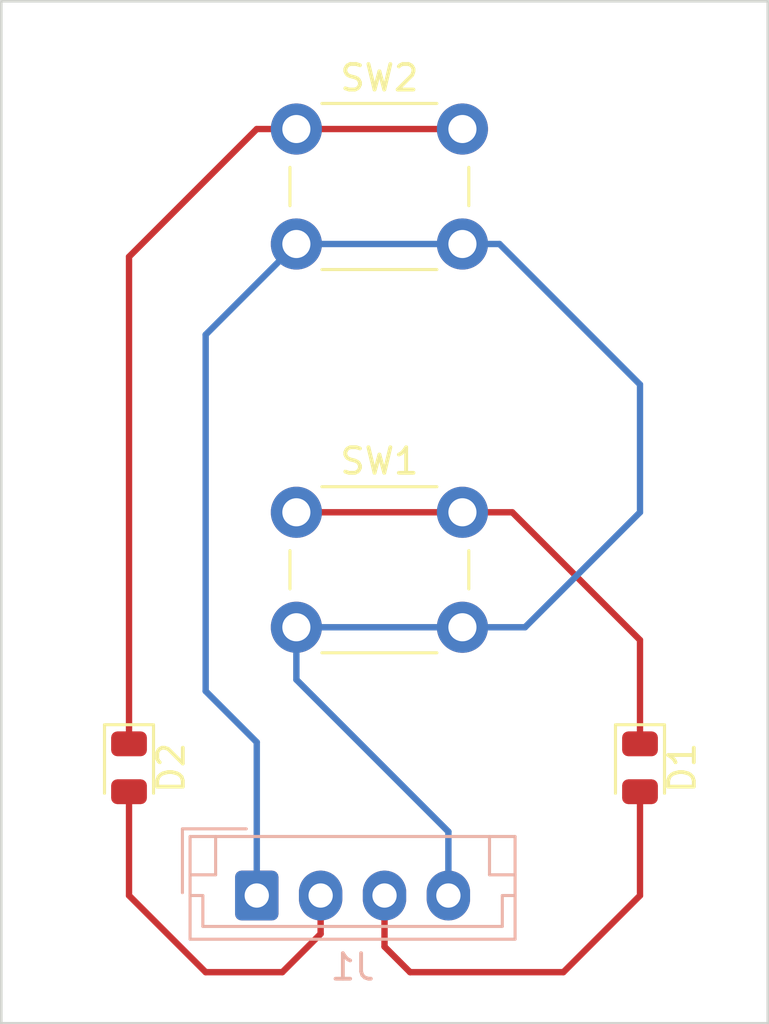
<source format=kicad_pcb>
(kicad_pcb (version 20210925) (generator pcbnew)
  (layers (0 "F.Cu" signal) (31 "B.Cu" signal) (34 "B.Paste" user) (35 "F.Paste" user) (36 "B.SilkS" user "B.Silkscreen") (37 "F.SilkS" user "F.Silkscreen") (38 "B.Mask" user) (39 "F.Mask" user) (44 "Edge.Cuts" user))
  (net 0 "")
  (net 1 "Net-(SW1-Pad1)")
  (net 2 "Net-(D1-Pad2)")
  (net 3 "Net-(SW2-Pad1)")
  (net 4 "Net-(D2-Pad2)")
  (net 5 "Net-(J1-Pad1)")
  (footprint "Diode_SMD:D_0805_2012Metric" (layer "F.Cu") (at 125 85 -90)
    (fp_text reference "D2" (at 0 -1.65 90) (layer "F.SilkS"))
    (fp_text value "DIODE")
    (fp_line (start -1.685 0.96) (end 1 0.96) (layer "F.SilkS") (width 0.12))
    (fp_line (start -1.685 -0.96) (end -1.685 0.96) (layer "F.SilkS") (width 0.12))
    (fp_line (start 1 -0.96) (end -1.685 -0.96) (layer "F.SilkS") (width 0.12))
    (pad "1" smd roundrect locked (at -0.9375 0 270) (size 0.975 1.4) (layers "F.Cu" "F.Paste" "F.Mask") (net 3 "Net-(SW2-Pad1)"))
    (pad "2" smd roundrect locked (at 0.9375 0 270) (size 0.975 1.4) (layers "F.Cu" "F.Paste" "F.Mask") (net 4 "Net-(D2-Pad2)"))
  )
  (footprint "Button_Switch_THT:SW_PUSH_6mm_H7.3mm" (layer "F.Cu") (at 131.55 75)
    (fp_text reference "SW1" (at 3.25 -2) (layer "F.SilkS"))
    (fp_text value "SW_Push")
    (fp_line (start 5.5 -1) (end 1 -1) (layer "F.SilkS") (width 0.12))
    (fp_line (start 1 5.5) (end 5.5 5.5) (layer "F.SilkS") (width 0.12))
    (fp_line (start -0.25 1.5) (end -0.25 3) (layer "F.SilkS") (width 0.12))
    (fp_line (start 6.75 3) (end 6.75 1.5) (layer "F.SilkS") (width 0.12))
    (pad "1" thru_hole circle locked (at 6.5 0 90) (size 2 2) (drill 1.1) (layers *.Cu *.Mask) (net 1 "Net-(SW1-Pad1)"))
    (pad "1" thru_hole circle locked (at 0 0 90) (size 2 2) (drill 1.1) (layers *.Cu *.Mask) (net 1 "Net-(SW1-Pad1)"))
    (pad "2" thru_hole circle locked (at 0 4.5 90) (size 2 2) (drill 1.1) (layers *.Cu *.Mask) (net 5 "Net-(J1-Pad1)"))
    (pad "2" thru_hole circle locked (at 6.5 4.5 90) (size 2 2) (drill 1.1) (layers *.Cu *.Mask) (net 5 "Net-(J1-Pad1)"))
  )
  (footprint "Button_Switch_THT:SW_PUSH_6mm_H7.3mm" (layer "F.Cu") (at 131.55 60)
    (fp_text reference "SW2" (at 3.25 -2) (layer "F.SilkS"))
    (fp_text value "SW_Push")
    (fp_line (start 1 5.5) (end 5.5 5.5) (layer "F.SilkS") (width 0.12))
    (fp_line (start 6.75 3) (end 6.75 1.5) (layer "F.SilkS") (width 0.12))
    (fp_line (start 5.5 -1) (end 1 -1) (layer "F.SilkS") (width 0.12))
    (fp_line (start -0.25 1.5) (end -0.25 3) (layer "F.SilkS") (width 0.12))
    (pad "1" thru_hole circle locked (at 0 0 90) (size 2 2) (drill 1.1) (layers *.Cu *.Mask) (net 3 "Net-(SW2-Pad1)"))
    (pad "1" thru_hole circle locked (at 6.5 0 90) (size 2 2) (drill 1.1) (layers *.Cu *.Mask) (net 3 "Net-(SW2-Pad1)"))
    (pad "2" thru_hole circle locked (at 6.5 4.5 90) (size 2 2) (drill 1.1) (layers *.Cu *.Mask) (net 5 "Net-(J1-Pad1)"))
    (pad "2" thru_hole circle locked (at 0 4.5 90) (size 2 2) (drill 1.1) (layers *.Cu *.Mask) (net 5 "Net-(J1-Pad1)"))
  )
  (footprint "Diode_SMD:D_0805_2012Metric" (layer "F.Cu") (at 145 85 -90)
    (fp_text reference "D1" (at 0 -1.65 90) (layer "F.SilkS"))
    (fp_text value "DIODE")
    (fp_line (start -1.685 0.96) (end 1 0.96) (layer "F.SilkS") (width 0.12))
    (fp_line (start 1 -0.96) (end -1.685 -0.96) (layer "F.SilkS") (width 0.12))
    (fp_line (start -1.685 -0.96) (end -1.685 0.96) (layer "F.SilkS") (width 0.12))
    (pad "1" smd roundrect locked (at -0.9375 0 270) (size 0.975 1.4) (layers "F.Cu" "F.Paste" "F.Mask") (net 1 "Net-(SW1-Pad1)"))
    (pad "2" smd roundrect locked (at 0.9375 0 270) (size 0.975 1.4) (layers "F.Cu" "F.Paste" "F.Mask") (net 2 "Net-(D1-Pad2)"))
  )
  (footprint "Connector_JST:JST_EH_B4B-EH-A_1x04_P2.50mm_Vertical" (layer "B.Cu") (at 130 90)
    (fp_text reference "J1" (at 3.75 2.8) (layer "B.SilkS") (effects (justify mirror)))
    (fp_text value "Conn_01x04")
    (fp_line (start 9.61 0) (end 10.11 0) (layer "B.SilkS") (width 0.12))
    (fp_line (start -2.91 -2.61) (end -0.41 -2.61) (layer "B.SilkS") (width 0.12))
    (fp_line (start 10.11 -0.81) (end 9.11 -0.81) (layer "B.SilkS") (width 0.12))
    (fp_line (start -2.11 0) (end -2.11 1.21) (layer "B.SilkS") (width 0.12))
    (fp_line (start -2.11 1.21) (end 9.61 1.21) (layer "B.SilkS") (width 0.12))
    (fp_line (start 9.11 -0.81) (end 9.11 -2.31) (layer "B.SilkS") (width 0.12))
    (fp_line (start 10.11 -2.31) (end 10.11 1.71) (layer "B.SilkS") (width 0.12))
    (fp_line (start -2.61 0) (end -2.11 0) (layer "B.SilkS") (width 0.12))
    (fp_line (start 10.11 1.71) (end -2.61 1.71) (layer "B.SilkS") (width 0.12))
    (fp_line (start -2.61 -2.31) (end 10.11 -2.31) (layer "B.SilkS") (width 0.12))
    (fp_line (start -2.91 -0.11) (end -2.91 -2.61) (layer "B.SilkS") (width 0.12))
    (fp_line (start -2.61 -0.81) (end -1.61 -0.81) (layer "B.SilkS") (width 0.12))
    (fp_line (start -2.61 1.71) (end -2.61 -2.31) (layer "B.SilkS") (width 0.12))
    (fp_line (start -1.61 -0.81) (end -1.61 -2.31) (layer "B.SilkS") (width 0.12))
    (fp_line (start 9.61 1.21) (end 9.61 0) (layer "B.SilkS") (width 0.12))
    (pad "1" thru_hole roundrect locked (at 0 0) (size 1.7 1.95) (drill 0.95) (layers *.Cu *.Mask) (roundrect_rratio 0.147059) (net 5 "Net-(J1-Pad1)"))
    (pad "2" thru_hole oval locked (at 2.5 0) (size 1.7 1.95) (drill 0.95) (layers *.Cu *.Mask) (net 4 "Net-(D2-Pad2)"))
    (pad "3" thru_hole oval locked (at 5 0) (size 1.7 1.95) (drill 0.95) (layers *.Cu *.Mask) (net 2 "Net-(D1-Pad2)"))
    (pad "4" thru_hole oval locked (at 7.5 0) (size 1.7 1.95) (drill 0.95) (layers *.Cu *.Mask) (net 5 "Net-(J1-Pad1)"))
  )
  (gr_line (start 150 55) (end 150 95) (layer "Edge.Cuts") (width 0.1))
  (gr_line (start 150 95) (end 120 95) (layer "Edge.Cuts") (width 0.1))
  (gr_line (start 120 95) (end 120 55) (layer "Edge.Cuts") (width 0.1))
  (gr_line (start 120 55) (end 150 55) (layer "Edge.Cuts") (width 0.1))
  (segment (start 138.05 75) (end 140 75) (width 0.25) (layer "F.Cu") (net 1))
  (segment (start 145 80) (end 145 84.0625) (width 0.25) (layer "F.Cu") (net 1))
  (segment (start 140 75) (end 145 80) (width 0.25) (layer "F.Cu") (net 1))
  (segment (start 131.55 75) (end 138.05 75) (width 0.25) (layer "F.Cu") (net 1))
  (segment (start 142 93) (end 136 93) (width 0.25) (layer "F.Cu") (net 2))
  (segment (start 136 93) (end 135 92) (width 0.25) (layer "F.Cu") (net 2))
  (segment (start 135 92) (end 135 90) (width 0.25) (layer "F.Cu") (net 2))
  (segment (start 145 90) (end 142 93) (width 0.25) (layer "F.Cu") (net 2))
  (segment (start 145 85.9375) (end 145 90) (width 0.25) (layer "F.Cu") (net 2))
  (segment (start 130 60) (end 125 65) (width 0.25) (layer "F.Cu") (net 3))
  (segment (start 125 65) (end 125 84.0625) (width 0.25) (layer "F.Cu") (net 3))
  (segment (start 131.55 60) (end 130 60) (width 0.25) (layer "F.Cu") (net 3))
  (segment (start 138.05 60) (end 131.55 60) (width 0.25) (layer "F.Cu") (net 3))
  (segment (start 128 93) (end 131 93) (width 0.25) (layer "F.Cu") (net 4))
  (segment (start 131 93) (end 132.5 91.5) (width 0.25) (layer "F.Cu") (net 4))
  (segment (start 132.5 91.5) (end 132.5 90) (width 0.25) (layer "F.Cu") (net 4))
  (segment (start 125 85.9375) (end 125 90) (width 0.25) (layer "F.Cu") (net 4))
  (segment (start 125 90) (end 128 93) (width 0.25) (layer "F.Cu") (net 4))
  (segment (start 131.55 64.5) (end 138.05 64.5) (width 0.25) (layer "B.Cu") (net 5))
  (segment (start 139.5 64.5) (end 145 70) (width 0.25) (layer "B.Cu") (net 5))
  (segment (start 128 82) (end 128 68.05) (width 0.25) (layer "B.Cu") (net 5))
  (segment (start 131.55 79.5) (end 131.55 81.55) (width 0.25) (layer "B.Cu") (net 5))
  (segment (start 137.5 87.5) (end 137.5 90) (width 0.25) (layer "B.Cu") (net 5))
  (segment (start 128 68.05) (end 131.55 64.5) (width 0.25) (layer "B.Cu") (net 5))
  (segment (start 131.55 81.55) (end 137.5 87.5) (width 0.25) (layer "B.Cu") (net 5))
  (segment (start 130 90) (end 130 84) (width 0.25) (layer "B.Cu") (net 5))
  (segment (start 130 84) (end 128 82) (width 0.25) (layer "B.Cu") (net 5))
  (segment (start 140.5 79.5) (end 138.05 79.5) (width 0.25) (layer "B.Cu") (net 5))
  (segment (start 138.05 79.5) (end 131.55 79.5) (width 0.25) (layer "B.Cu") (net 5))
  (segment (start 138.05 64.5) (end 139.5 64.5) (width 0.25) (layer "B.Cu") (net 5))
  (segment (start 145 70) (end 145 75) (width 0.25) (layer "B.Cu") (net 5))
  (segment (start 145 75) (end 140.5 79.5) (width 0.25) (layer "B.Cu") (net 5))
)
</source>
